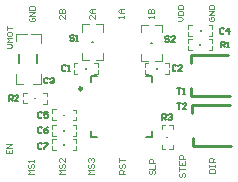
<source format=gto>
%FSLAX44Y44*%
%MOMM*%
G71*
G01*
G75*
%ADD10C,0.2540*%
%ADD11C,1.0000*%
%ADD12R,1.4000X1.1000*%
%ADD13R,1.7000X1.1000*%
%ADD14R,0.5000X0.6000*%
%ADD15R,0.6000X0.5000*%
%ADD16O,1.1500X0.3000*%
%ADD17O,0.3000X1.1500*%
%ADD18R,3.1500X3.1500*%
%ADD19R,0.9000X1.0000*%
%ADD20R,0.9000X1.1000*%
%ADD21C,0.4000*%
%ADD22C,0.3000*%
%ADD23C,1.5000*%
%ADD24C,0.3000*%
%ADD25C,0.4000*%
%ADD26C,0.5000*%
%ADD27C,0.6000*%
%ADD28C,0.6600*%
%ADD29R,6.5500X4.6000*%
%ADD30C,0.2500*%
%ADD31C,0.1000*%
%ADD32C,0.2000*%
%ADD33C,0.1500*%
D10*
X158506Y71732D02*
Y78844D01*
X157998Y99672D02*
Y106530D01*
X158506Y71732D02*
X191018D01*
X157998Y106530D02*
X189748D01*
X159248Y64530D02*
X190998D01*
X159756Y29732D02*
X192268D01*
X159248Y57672D02*
Y64530D01*
X159756Y29732D02*
Y36844D01*
D30*
X65748Y78312D02*
G03*
X65748Y78312I-1250J0D01*
G01*
D31*
X133750Y126000D02*
Y132000D01*
Y102000D02*
Y108000D01*
X127750Y102000D02*
X133750D01*
X115750D02*
X121750D01*
X115750D02*
Y108000D01*
Y126000D02*
Y132000D01*
X121750D01*
X127750D02*
X133750D01*
X65750Y102750D02*
X71750D01*
X77750D02*
X83750D01*
Y108750D01*
Y126750D02*
Y132750D01*
X77750D02*
X83750D01*
X65750D02*
X71750D01*
X65750Y126750D02*
Y132750D01*
Y102750D02*
Y108750D01*
X22822Y124858D02*
X31072D01*
X9572D02*
X19072D01*
X9572Y82608D02*
X15822D01*
X24072D02*
X31072D01*
X9572D02*
Y90608D01*
X31072Y82608D02*
Y91108D01*
Y117358D02*
Y124858D01*
X9572Y118358D02*
Y124858D01*
X139500Y47500D02*
X142750D01*
Y44500D02*
Y47500D01*
X133500D02*
X136500D01*
X133500Y44500D02*
Y47500D01*
X142500Y27250D02*
Y30250D01*
X139500Y27250D02*
X142500D01*
X133500Y27250D02*
Y30250D01*
Y27250D02*
X136500D01*
X16000Y72000D02*
Y75000D01*
X16000D02*
X19000D01*
X16000Y66000D02*
Y69000D01*
Y66000D02*
X19000D01*
X33250Y75000D02*
X36250D01*
Y72000D02*
Y75000D01*
X33250Y65750D02*
X36250D01*
Y69000D01*
X156000Y117250D02*
Y120500D01*
X159000D01*
X156000Y111250D02*
Y114250D01*
Y111250D02*
X159000D01*
X173250Y120250D02*
X176250D01*
Y117250D02*
Y120250D01*
X173250Y111250D02*
X176250D01*
X176250D02*
Y114250D01*
X40750Y32500D02*
Y35500D01*
X40750D02*
X43750D01*
X40750Y26500D02*
Y29500D01*
Y26500D02*
X43750D01*
X58000Y35500D02*
X61000D01*
Y32500D02*
Y35500D01*
X58000Y26250D02*
X61000D01*
Y29500D01*
Y38250D02*
Y41500D01*
X58000Y38250D02*
X61000D01*
Y44500D02*
Y47500D01*
X58000D02*
X61000D01*
X40750Y38500D02*
X43750D01*
X40750D02*
Y41500D01*
X40750Y47500D02*
X43750D01*
X40750Y44500D02*
Y47500D01*
X61000Y51500D02*
Y54500D01*
X58000Y51500D02*
X61000D01*
X61000Y57500D02*
Y60500D01*
X58000D02*
X61000D01*
X40750Y51500D02*
X43750D01*
X40750D02*
Y54500D01*
Y60750D02*
X43750D01*
X40750Y57500D02*
Y60750D01*
X119000Y96750D02*
Y99750D01*
X119000D02*
X122000D01*
X119000Y90750D02*
Y93750D01*
Y90750D02*
X122000D01*
X136250Y99750D02*
X139250D01*
Y96750D02*
Y99750D01*
X136250Y90500D02*
X139250D01*
Y93750D01*
X79250Y90750D02*
Y94000D01*
X76250Y90750D02*
X79250D01*
Y97000D02*
Y100000D01*
X76250D02*
X79250D01*
X59000Y91000D02*
X62000D01*
X59000D02*
Y94000D01*
X59000Y100000D02*
X62000D01*
X59000Y97000D02*
Y100000D01*
X176250Y122750D02*
Y126000D01*
X173250Y122750D02*
X176250D01*
Y129000D02*
Y132000D01*
X173250D02*
X176250D01*
X156000Y123000D02*
X159000D01*
X156000D02*
Y126000D01*
X156000Y132000D02*
X159000D01*
X156000Y129000D02*
Y132000D01*
X173502Y6750D02*
X178500D01*
Y9249D01*
X177667Y10082D01*
X174335D01*
X173502Y9249D01*
Y6750D01*
Y11748D02*
Y13414D01*
Y12581D01*
X178500D01*
Y11748D01*
Y13414D01*
Y15914D02*
X173502D01*
Y18413D01*
X174335Y19246D01*
X176001D01*
X176834Y18413D01*
Y15914D01*
Y17580D02*
X178500Y19246D01*
X148585Y6832D02*
X147752Y5999D01*
Y4333D01*
X148585Y3500D01*
X149418D01*
X150251Y4333D01*
Y5999D01*
X151084Y6832D01*
X151917D01*
X152750Y5999D01*
Y4333D01*
X151917Y3500D01*
X147752Y8498D02*
Y11831D01*
Y10165D01*
X152750D01*
X147752Y16829D02*
Y13497D01*
X152750D01*
Y16829D01*
X150251Y13497D02*
Y15163D01*
X152750Y18495D02*
X147752D01*
Y20994D01*
X148585Y21827D01*
X150251D01*
X151084Y20994D01*
Y18495D01*
X123585Y9082D02*
X122752Y8249D01*
Y6583D01*
X123585Y5750D01*
X124418D01*
X125251Y6583D01*
Y8249D01*
X126084Y9082D01*
X126917D01*
X127750Y8249D01*
Y6583D01*
X126917Y5750D01*
X122752Y10748D02*
X127750D01*
Y14081D01*
Y15747D02*
X122752D01*
Y18246D01*
X123585Y19079D01*
X125251D01*
X126084Y18246D01*
Y15747D01*
X102250Y6000D02*
X97252D01*
Y8499D01*
X98085Y9332D01*
X99751D01*
X100584Y8499D01*
Y6000D01*
Y7666D02*
X102250Y9332D01*
X98085Y14331D02*
X97252Y13498D01*
Y11831D01*
X98085Y10998D01*
X98918D01*
X99751Y11831D01*
Y13498D01*
X100584Y14331D01*
X101417D01*
X102250Y13498D01*
Y11831D01*
X101417Y10998D01*
X97252Y15997D02*
Y19329D01*
Y17663D01*
X102250D01*
X76250Y6000D02*
X71252D01*
X72918Y7666D01*
X71252Y9332D01*
X76250D01*
X72085Y14331D02*
X71252Y13498D01*
Y11831D01*
X72085Y10998D01*
X72918D01*
X73751Y11831D01*
Y13498D01*
X74584Y14331D01*
X75417D01*
X76250Y13498D01*
Y11831D01*
X75417Y10998D01*
X72085Y15997D02*
X71252Y16830D01*
Y18496D01*
X72085Y19329D01*
X72918D01*
X73751Y18496D01*
Y17663D01*
Y18496D01*
X74584Y19329D01*
X75417D01*
X76250Y18496D01*
Y16830D01*
X75417Y15997D01*
X51500Y6000D02*
X46502D01*
X48168Y7666D01*
X46502Y9332D01*
X51500D01*
X47335Y14331D02*
X46502Y13498D01*
Y11831D01*
X47335Y10998D01*
X48168D01*
X49001Y11831D01*
Y13498D01*
X49834Y14331D01*
X50667D01*
X51500Y13498D01*
Y11831D01*
X50667Y10998D01*
X51500Y19329D02*
Y15997D01*
X48168Y19329D01*
X47335D01*
X46502Y18496D01*
Y16830D01*
X47335Y15997D01*
X25250Y6250D02*
X20252D01*
X21918Y7916D01*
X20252Y9582D01*
X25250D01*
X21085Y14581D02*
X20252Y13748D01*
Y12081D01*
X21085Y11248D01*
X21918D01*
X22751Y12081D01*
Y13748D01*
X23584Y14581D01*
X24417D01*
X25250Y13748D01*
Y12081D01*
X24417Y11248D01*
X25250Y16247D02*
Y17913D01*
Y17080D01*
X20252D01*
X21085Y16247D01*
X1752Y26832D02*
Y23500D01*
X6750D01*
Y26832D01*
X4251Y23500D02*
Y25166D01*
X6750Y28498D02*
X1752D01*
X6750Y31831D01*
X1752D01*
X173835Y139082D02*
X173002Y138249D01*
Y136583D01*
X173835Y135750D01*
X177167D01*
X178000Y136583D01*
Y138249D01*
X177167Y139082D01*
X175501D01*
Y137416D01*
X178000Y140748D02*
X173002D01*
X178000Y144081D01*
X173002D01*
Y145747D02*
X178000D01*
Y148246D01*
X177167Y149079D01*
X173835D01*
X173002Y148246D01*
Y145747D01*
X146752Y135750D02*
X150084D01*
X151750Y137416D01*
X150084Y139082D01*
X146752D01*
Y140748D02*
X151750D01*
Y143247D01*
X150917Y144081D01*
X147585D01*
X146752Y143247D01*
Y140748D01*
Y145747D02*
X151750D01*
Y148246D01*
X150917Y149079D01*
X147585D01*
X146752Y148246D01*
Y145747D01*
X127000Y138500D02*
Y140166D01*
Y139333D01*
X122002D01*
X122835Y138500D01*
X122002Y142665D02*
X127000D01*
Y145164D01*
X126167Y145998D01*
X125334D01*
X124501Y145164D01*
Y142665D01*
Y145164D01*
X123668Y145998D01*
X122835D01*
X122002Y145164D01*
Y142665D01*
X101500Y138250D02*
Y139916D01*
Y139083D01*
X96502D01*
X97335Y138250D01*
X101500Y142415D02*
X98168D01*
X96502Y144081D01*
X98168Y145748D01*
X101500D01*
X99001D01*
Y142415D01*
X76750Y140832D02*
Y137500D01*
X73418Y140832D01*
X72585D01*
X71752Y139999D01*
Y138333D01*
X72585Y137500D01*
X76750Y142498D02*
X73418D01*
X71752Y144164D01*
X73418Y145831D01*
X76750D01*
X74251D01*
Y142498D01*
X51750Y141082D02*
Y137750D01*
X48418Y141082D01*
X47585D01*
X46752Y140249D01*
Y138583D01*
X47585Y137750D01*
X46752Y142748D02*
X51750D01*
Y145247D01*
X50917Y146081D01*
X50084D01*
X49251Y145247D01*
Y142748D01*
Y145247D01*
X48418Y146081D01*
X47585D01*
X46752Y145247D01*
Y142748D01*
X21585Y138582D02*
X20752Y137749D01*
Y136083D01*
X21585Y135250D01*
X24917D01*
X25750Y136083D01*
Y137749D01*
X24917Y138582D01*
X23251D01*
Y136916D01*
X25750Y140248D02*
X20752D01*
X25750Y143581D01*
X20752D01*
Y145247D02*
X25750D01*
Y147746D01*
X24917Y148579D01*
X21585D01*
X20752Y147746D01*
Y145247D01*
X2002Y113000D02*
X5334D01*
X7000Y114666D01*
X5334Y116332D01*
X2002D01*
X7000Y117998D02*
X2002D01*
X3668Y119664D01*
X2002Y121331D01*
X7000D01*
X2002Y125496D02*
Y123830D01*
X2835Y122997D01*
X6167D01*
X7000Y123830D01*
Y125496D01*
X6167Y126329D01*
X2835D01*
X2002Y125496D01*
Y127995D02*
Y131327D01*
Y129661D01*
X7000D01*
D32*
X124390Y117000D02*
X125000D01*
X74500Y117750D02*
X75110D01*
X12750Y99750D02*
Y107750D01*
X27750Y99750D02*
Y107750D01*
X137640Y37500D02*
X138250D01*
X26250Y70250D02*
Y70860D01*
X166000Y115390D02*
Y116000D01*
X51000Y30750D02*
Y31360D01*
Y42750D02*
Y43360D01*
X50750Y55640D02*
Y56250D01*
X129250Y95000D02*
Y95610D01*
X69250Y95250D02*
Y95860D01*
X73248Y83812D02*
Y89312D01*
X78748D01*
X119748D02*
X125248D01*
Y83812D02*
Y89312D01*
Y37312D02*
Y42812D01*
X119748Y37312D02*
X125248D01*
X73248D02*
X78748D01*
X73248D02*
Y42812D01*
X166250Y127250D02*
Y127860D01*
D33*
X52082Y97415D02*
X51249Y98248D01*
X49583D01*
X48750Y97415D01*
Y94083D01*
X49583Y93250D01*
X51249D01*
X52082Y94083D01*
X53748Y93250D02*
X55415D01*
X54581D01*
Y98248D01*
X53748Y97415D01*
X145832Y97165D02*
X144999Y97998D01*
X143333D01*
X142500Y97165D01*
Y93833D01*
X143333Y93000D01*
X144999D01*
X145832Y93833D01*
X150831Y93000D02*
X147498D01*
X150831Y96332D01*
Y97165D01*
X149998Y97998D01*
X148331D01*
X147498Y97165D01*
X37082Y86915D02*
X36249Y87748D01*
X34583D01*
X33750Y86915D01*
Y83583D01*
X34583Y82750D01*
X36249D01*
X37082Y83583D01*
X38748Y86915D02*
X39581Y87748D01*
X41248D01*
X42081Y86915D01*
Y86082D01*
X41248Y85249D01*
X40415D01*
X41248D01*
X42081Y84416D01*
Y83583D01*
X41248Y82750D01*
X39581D01*
X38748Y83583D01*
X31832Y57665D02*
X30999Y58498D01*
X29333D01*
X28500Y57665D01*
Y54333D01*
X29333Y53500D01*
X30999D01*
X31832Y54333D01*
X36831Y58498D02*
X33498D01*
Y55999D01*
X35164Y56832D01*
X35998D01*
X36831Y55999D01*
Y54333D01*
X35998Y53500D01*
X34331D01*
X33498Y54333D01*
X32082Y44665D02*
X31249Y45498D01*
X29583D01*
X28750Y44665D01*
Y41333D01*
X29583Y40500D01*
X31249D01*
X32082Y41333D01*
X37081Y45498D02*
X35415Y44665D01*
X33748Y42999D01*
Y41333D01*
X34581Y40500D01*
X36248D01*
X37081Y41333D01*
Y42166D01*
X36248Y42999D01*
X33748D01*
X32332Y31415D02*
X31499Y32248D01*
X29833D01*
X29000Y31415D01*
Y28083D01*
X29833Y27250D01*
X31499D01*
X32332Y28083D01*
X33998Y32248D02*
X37331D01*
Y31415D01*
X33998Y28083D01*
Y27250D01*
X183750Y113250D02*
Y118248D01*
X186249D01*
X187082Y117415D01*
Y115749D01*
X186249Y114916D01*
X183750D01*
X185416D02*
X187082Y113250D01*
X188748D02*
X190415D01*
X189581D01*
Y118248D01*
X188748Y117415D01*
X3750Y68000D02*
Y72998D01*
X6249D01*
X7082Y72165D01*
Y70499D01*
X6249Y69666D01*
X3750D01*
X5416D02*
X7082Y68000D01*
X12081D02*
X8748D01*
X12081Y71332D01*
Y72165D01*
X11248Y72998D01*
X9581D01*
X8748Y72165D01*
X133750Y51750D02*
Y56748D01*
X136249D01*
X137082Y55915D01*
Y54249D01*
X136249Y53416D01*
X133750D01*
X135416D02*
X137082Y51750D01*
X138748Y55915D02*
X139581Y56748D01*
X141248D01*
X142081Y55915D01*
Y55082D01*
X141248Y54249D01*
X140414D01*
X141248D01*
X142081Y53416D01*
Y52583D01*
X141248Y51750D01*
X139581D01*
X138748Y52583D01*
X59332Y122665D02*
X58499Y123498D01*
X56833D01*
X56000Y122665D01*
Y121832D01*
X56833Y120999D01*
X58499D01*
X59332Y120166D01*
Y119333D01*
X58499Y118500D01*
X56833D01*
X56000Y119333D01*
X60998Y118500D02*
X62664D01*
X61831D01*
Y123498D01*
X60998Y122665D01*
X139582Y121915D02*
X138749Y122748D01*
X137083D01*
X136250Y121915D01*
Y121082D01*
X137083Y120249D01*
X138749D01*
X139582Y119416D01*
Y118583D01*
X138749Y117750D01*
X137083D01*
X136250Y118583D01*
X144581Y117750D02*
X141248D01*
X144581Y121082D01*
Y121915D01*
X143748Y122748D01*
X142081D01*
X141248Y121915D01*
X146500Y78998D02*
X149832D01*
X148166D01*
Y74000D01*
X151498D02*
X153165D01*
X152331D01*
Y78998D01*
X151498Y78165D01*
X146000Y65998D02*
X149332D01*
X147666D01*
Y61000D01*
X154331D02*
X150998D01*
X154331Y64332D01*
Y65165D01*
X153497Y65998D01*
X151831D01*
X150998Y65165D01*
X185832Y128665D02*
X184999Y129498D01*
X183333D01*
X182500Y128665D01*
Y125333D01*
X183333Y124500D01*
X184999D01*
X185832Y125333D01*
X189998Y124500D02*
Y129498D01*
X187498Y126999D01*
X190831D01*
M02*

</source>
